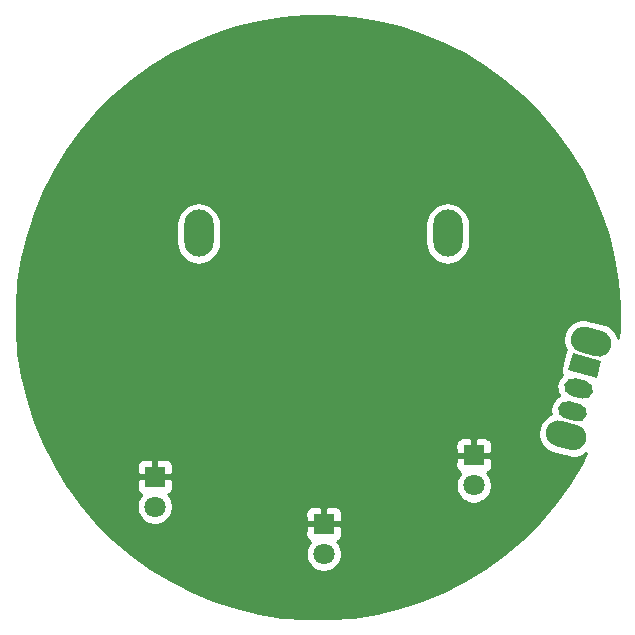
<source format=gbr>
%TF.GenerationSoftware,KiCad,Pcbnew,(5.1.8)-1*%
%TF.CreationDate,2021-01-11T11:59:14-08:00*%
%TF.ProjectId,v2attemptBlinky,76326174-7465-46d7-9074-426c696e6b79,rev?*%
%TF.SameCoordinates,Original*%
%TF.FileFunction,Copper,L1,Top*%
%TF.FilePolarity,Positive*%
%FSLAX46Y46*%
G04 Gerber Fmt 4.6, Leading zero omitted, Abs format (unit mm)*
G04 Created by KiCad (PCBNEW (5.1.8)-1) date 2021-01-11 11:59:14*
%MOMM*%
%LPD*%
G01*
G04 APERTURE LIST*
%TA.AperFunction,ComponentPad*%
%ADD10C,0.100000*%
%TD*%
%TA.AperFunction,ComponentPad*%
%ADD11O,2.500000X4.000000*%
%TD*%
%TA.AperFunction,ComponentPad*%
%ADD12R,1.800000X1.800000*%
%TD*%
%TA.AperFunction,ComponentPad*%
%ADD13C,1.800000*%
%TD*%
%TA.AperFunction,Conductor*%
%ADD14C,0.254000*%
%TD*%
%TA.AperFunction,Conductor*%
%ADD15C,0.100000*%
%TD*%
G04 APERTURE END LIST*
%TO.P,SW1,*%
%TO.N,*%
%TA.AperFunction,ComponentPad*%
G36*
G01*
X131978053Y-109161398D02*
X133233757Y-109497862D01*
G75*
G02*
X134011574Y-110845081I-284701J-1062518D01*
G01*
X134011574Y-110845081D01*
G75*
G02*
X132664355Y-111622898I-1062518J284701D01*
G01*
X131408651Y-111286434D01*
G75*
G02*
X130630834Y-109939215I284701J1062518D01*
G01*
X130630834Y-109939215D01*
G75*
G02*
X131978053Y-109161398I1062518J-284701D01*
G01*
G37*
%TD.AperFunction*%
%TA.AperFunction,ComponentPad*%
G36*
G01*
X134100369Y-101240806D02*
X135356073Y-101577270D01*
G75*
G02*
X136133890Y-102924489I-284701J-1062518D01*
G01*
X136133890Y-102924489D01*
G75*
G02*
X134786671Y-103702306I-1062518J284701D01*
G01*
X133530967Y-103365842D01*
G75*
G02*
X132753150Y-102018623I284701J1062518D01*
G01*
X132753150Y-102018623D01*
G75*
G02*
X134100369Y-101240806I1062518J-284701D01*
G01*
G37*
%TD.AperFunction*%
%TO.P,SW1,3*%
%TO.N,/LED+*%
%TA.AperFunction,ComponentPad*%
G36*
G01*
X132575875Y-107509849D02*
X133541801Y-107768669D01*
G75*
G02*
X134072131Y-108687227I-194114J-724444D01*
G01*
X134072131Y-108687227D01*
G75*
G02*
X133153573Y-109217557I-724444J194114D01*
G01*
X132187647Y-108958737D01*
G75*
G02*
X131657317Y-108040179I194114J724444D01*
G01*
X131657317Y-108040179D01*
G75*
G02*
X132575875Y-107509849I724444J-194114D01*
G01*
G37*
%TD.AperFunction*%
%TO.P,SW1,2*%
%TO.N,VCC*%
%TA.AperFunction,ComponentPad*%
G36*
G01*
X133093513Y-105577998D02*
X134059439Y-105836818D01*
G75*
G02*
X134589769Y-106755376I-194114J-724444D01*
G01*
X134589769Y-106755376D01*
G75*
G02*
X133671211Y-107285706I-724444J194114D01*
G01*
X132705285Y-107026886D01*
G75*
G02*
X132174955Y-106108328I194114J724444D01*
G01*
X132174955Y-106108328D01*
G75*
G02*
X133093513Y-105577998I724444J-194114D01*
G01*
G37*
%TD.AperFunction*%
%TA.AperFunction,ComponentPad*%
D10*
%TO.P,SW1,1*%
%TO.N,Net-(SW1-Pad1)*%
G36*
X132886707Y-103452032D02*
G01*
X135301522Y-104099079D01*
X134913293Y-105547968D01*
X132498478Y-104900921D01*
X132886707Y-103452032D01*
G37*
%TD.AperFunction*%
%TD*%
D11*
%TO.P,BT1,1*%
%TO.N,VCC*%
X122300000Y-93300000D03*
X101218000Y-93300000D03*
%TD*%
D12*
%TO.P,D1,1*%
%TO.N,GND*%
X97500000Y-113900000D03*
D13*
%TO.P,D1,2*%
%TO.N,/LED+*%
X97500000Y-116440000D03*
%TD*%
D12*
%TO.P,D2,1*%
%TO.N,GND*%
X111800000Y-117900000D03*
D13*
%TO.P,D2,2*%
%TO.N,/LED+*%
X111800000Y-120440000D03*
%TD*%
%TO.P,D3,2*%
%TO.N,/LED+*%
X124500000Y-114640000D03*
D12*
%TO.P,D3,1*%
%TO.N,GND*%
X124500000Y-112100000D03*
%TD*%
D14*
%TO.N,GND*%
X114298884Y-75062553D02*
X116277593Y-75375950D01*
X118225613Y-75843628D01*
X120130934Y-76462705D01*
X121981810Y-77229363D01*
X123766829Y-78138875D01*
X125474986Y-79185635D01*
X127095749Y-80363188D01*
X128619126Y-81664275D01*
X130035725Y-83080874D01*
X131336812Y-84604251D01*
X132514365Y-86225014D01*
X133561125Y-87933171D01*
X134470637Y-89718190D01*
X135237295Y-91569066D01*
X135856372Y-93474387D01*
X136324050Y-95422407D01*
X136637447Y-97401116D01*
X136794629Y-99398313D01*
X136794629Y-101401687D01*
X136736485Y-102140474D01*
X136722243Y-102079392D01*
X136581195Y-101768090D01*
X136382124Y-101490288D01*
X136132681Y-101256660D01*
X135842453Y-101076185D01*
X135602742Y-100985965D01*
X134182396Y-100605385D01*
X133929690Y-100563663D01*
X133588109Y-100574846D01*
X133255272Y-100652453D01*
X132943970Y-100793501D01*
X132666168Y-100992572D01*
X132432540Y-101242014D01*
X132252066Y-101532242D01*
X132131679Y-101852102D01*
X132076007Y-102189302D01*
X132087190Y-102530883D01*
X132164797Y-102863720D01*
X132305845Y-103175022D01*
X132310195Y-103181093D01*
X132270377Y-103286887D01*
X131882148Y-104735776D01*
X131861772Y-104859189D01*
X131865865Y-104984206D01*
X131894268Y-105106023D01*
X131945892Y-105219957D01*
X131976127Y-105262150D01*
X131795290Y-105455228D01*
X131651221Y-105686908D01*
X131555120Y-105942243D01*
X131510678Y-106211419D01*
X131519605Y-106484094D01*
X131581555Y-106749788D01*
X131694151Y-106998291D01*
X131708768Y-107018689D01*
X131685912Y-107029045D01*
X131464150Y-107187956D01*
X131277652Y-107387079D01*
X131133583Y-107618759D01*
X131037482Y-107874094D01*
X130993040Y-108143270D01*
X131001967Y-108415945D01*
X131047613Y-108611713D01*
X130821654Y-108714093D01*
X130543852Y-108913164D01*
X130310224Y-109162606D01*
X130129750Y-109452834D01*
X130009363Y-109772694D01*
X129953691Y-110109894D01*
X129964874Y-110451475D01*
X130042481Y-110784312D01*
X130183529Y-111095614D01*
X130382600Y-111373416D01*
X130632042Y-111607044D01*
X130922270Y-111787518D01*
X131161982Y-111877739D01*
X132582326Y-112258319D01*
X132835033Y-112300041D01*
X133176615Y-112288858D01*
X133509452Y-112211251D01*
X133820753Y-112070203D01*
X134051148Y-111905104D01*
X133561125Y-112866829D01*
X132514365Y-114574986D01*
X131336812Y-116195749D01*
X130035725Y-117719126D01*
X128619126Y-119135725D01*
X127095749Y-120436812D01*
X125474986Y-121614365D01*
X123766829Y-122661125D01*
X121981810Y-123570637D01*
X120130934Y-124337295D01*
X118225613Y-124956372D01*
X116277593Y-125424050D01*
X114298884Y-125737447D01*
X112301687Y-125894629D01*
X110298313Y-125894629D01*
X108301116Y-125737447D01*
X106322407Y-125424050D01*
X104374387Y-124956372D01*
X102469066Y-124337295D01*
X100618190Y-123570637D01*
X98833171Y-122661125D01*
X97125014Y-121614365D01*
X95504251Y-120436812D01*
X93980874Y-119135725D01*
X93645149Y-118800000D01*
X110261928Y-118800000D01*
X110274188Y-118924482D01*
X110310498Y-119044180D01*
X110369463Y-119154494D01*
X110448815Y-119251185D01*
X110545506Y-119330537D01*
X110655820Y-119389502D01*
X110674127Y-119395056D01*
X110607688Y-119461495D01*
X110439701Y-119712905D01*
X110323989Y-119992257D01*
X110265000Y-120288816D01*
X110265000Y-120591184D01*
X110323989Y-120887743D01*
X110439701Y-121167095D01*
X110607688Y-121418505D01*
X110821495Y-121632312D01*
X111072905Y-121800299D01*
X111352257Y-121916011D01*
X111648816Y-121975000D01*
X111951184Y-121975000D01*
X112247743Y-121916011D01*
X112527095Y-121800299D01*
X112778505Y-121632312D01*
X112992312Y-121418505D01*
X113160299Y-121167095D01*
X113276011Y-120887743D01*
X113335000Y-120591184D01*
X113335000Y-120288816D01*
X113276011Y-119992257D01*
X113160299Y-119712905D01*
X112992312Y-119461495D01*
X112925873Y-119395056D01*
X112944180Y-119389502D01*
X113054494Y-119330537D01*
X113151185Y-119251185D01*
X113230537Y-119154494D01*
X113289502Y-119044180D01*
X113325812Y-118924482D01*
X113338072Y-118800000D01*
X113335000Y-118185750D01*
X113176250Y-118027000D01*
X111927000Y-118027000D01*
X111927000Y-118047000D01*
X111673000Y-118047000D01*
X111673000Y-118027000D01*
X110423750Y-118027000D01*
X110265000Y-118185750D01*
X110261928Y-118800000D01*
X93645149Y-118800000D01*
X92564275Y-117719126D01*
X91263188Y-116195749D01*
X90249118Y-114800000D01*
X95961928Y-114800000D01*
X95974188Y-114924482D01*
X96010498Y-115044180D01*
X96069463Y-115154494D01*
X96148815Y-115251185D01*
X96245506Y-115330537D01*
X96355820Y-115389502D01*
X96374127Y-115395056D01*
X96307688Y-115461495D01*
X96139701Y-115712905D01*
X96023989Y-115992257D01*
X95965000Y-116288816D01*
X95965000Y-116591184D01*
X96023989Y-116887743D01*
X96139701Y-117167095D01*
X96307688Y-117418505D01*
X96521495Y-117632312D01*
X96772905Y-117800299D01*
X97052257Y-117916011D01*
X97348816Y-117975000D01*
X97651184Y-117975000D01*
X97947743Y-117916011D01*
X98227095Y-117800299D01*
X98478505Y-117632312D01*
X98692312Y-117418505D01*
X98860299Y-117167095D01*
X98929512Y-117000000D01*
X110261928Y-117000000D01*
X110265000Y-117614250D01*
X110423750Y-117773000D01*
X111673000Y-117773000D01*
X111673000Y-116523750D01*
X111927000Y-116523750D01*
X111927000Y-117773000D01*
X113176250Y-117773000D01*
X113335000Y-117614250D01*
X113338072Y-117000000D01*
X113325812Y-116875518D01*
X113289502Y-116755820D01*
X113230537Y-116645506D01*
X113151185Y-116548815D01*
X113054494Y-116469463D01*
X112944180Y-116410498D01*
X112824482Y-116374188D01*
X112700000Y-116361928D01*
X112085750Y-116365000D01*
X111927000Y-116523750D01*
X111673000Y-116523750D01*
X111514250Y-116365000D01*
X110900000Y-116361928D01*
X110775518Y-116374188D01*
X110655820Y-116410498D01*
X110545506Y-116469463D01*
X110448815Y-116548815D01*
X110369463Y-116645506D01*
X110310498Y-116755820D01*
X110274188Y-116875518D01*
X110261928Y-117000000D01*
X98929512Y-117000000D01*
X98976011Y-116887743D01*
X99035000Y-116591184D01*
X99035000Y-116288816D01*
X98976011Y-115992257D01*
X98860299Y-115712905D01*
X98692312Y-115461495D01*
X98625873Y-115395056D01*
X98644180Y-115389502D01*
X98754494Y-115330537D01*
X98851185Y-115251185D01*
X98930537Y-115154494D01*
X98989502Y-115044180D01*
X99025812Y-114924482D01*
X99038072Y-114800000D01*
X99035000Y-114185750D01*
X98876250Y-114027000D01*
X97627000Y-114027000D01*
X97627000Y-114047000D01*
X97373000Y-114047000D01*
X97373000Y-114027000D01*
X96123750Y-114027000D01*
X95965000Y-114185750D01*
X95961928Y-114800000D01*
X90249118Y-114800000D01*
X90085635Y-114574986D01*
X89120483Y-113000000D01*
X95961928Y-113000000D01*
X95965000Y-113614250D01*
X96123750Y-113773000D01*
X97373000Y-113773000D01*
X97373000Y-112523750D01*
X97627000Y-112523750D01*
X97627000Y-113773000D01*
X98876250Y-113773000D01*
X99035000Y-113614250D01*
X99038072Y-113000000D01*
X122961928Y-113000000D01*
X122974188Y-113124482D01*
X123010498Y-113244180D01*
X123069463Y-113354494D01*
X123148815Y-113451185D01*
X123245506Y-113530537D01*
X123355820Y-113589502D01*
X123374127Y-113595056D01*
X123307688Y-113661495D01*
X123139701Y-113912905D01*
X123023989Y-114192257D01*
X122965000Y-114488816D01*
X122965000Y-114791184D01*
X123023989Y-115087743D01*
X123139701Y-115367095D01*
X123307688Y-115618505D01*
X123521495Y-115832312D01*
X123772905Y-116000299D01*
X124052257Y-116116011D01*
X124348816Y-116175000D01*
X124651184Y-116175000D01*
X124947743Y-116116011D01*
X125227095Y-116000299D01*
X125478505Y-115832312D01*
X125692312Y-115618505D01*
X125860299Y-115367095D01*
X125976011Y-115087743D01*
X126035000Y-114791184D01*
X126035000Y-114488816D01*
X125976011Y-114192257D01*
X125860299Y-113912905D01*
X125692312Y-113661495D01*
X125625873Y-113595056D01*
X125644180Y-113589502D01*
X125754494Y-113530537D01*
X125851185Y-113451185D01*
X125930537Y-113354494D01*
X125989502Y-113244180D01*
X126025812Y-113124482D01*
X126038072Y-113000000D01*
X126035000Y-112385750D01*
X125876250Y-112227000D01*
X124627000Y-112227000D01*
X124627000Y-112247000D01*
X124373000Y-112247000D01*
X124373000Y-112227000D01*
X123123750Y-112227000D01*
X122965000Y-112385750D01*
X122961928Y-113000000D01*
X99038072Y-113000000D01*
X99025812Y-112875518D01*
X98989502Y-112755820D01*
X98930537Y-112645506D01*
X98851185Y-112548815D01*
X98754494Y-112469463D01*
X98644180Y-112410498D01*
X98524482Y-112374188D01*
X98400000Y-112361928D01*
X97785750Y-112365000D01*
X97627000Y-112523750D01*
X97373000Y-112523750D01*
X97214250Y-112365000D01*
X96600000Y-112361928D01*
X96475518Y-112374188D01*
X96355820Y-112410498D01*
X96245506Y-112469463D01*
X96148815Y-112548815D01*
X96069463Y-112645506D01*
X96010498Y-112755820D01*
X95974188Y-112875518D01*
X95961928Y-113000000D01*
X89120483Y-113000000D01*
X89038875Y-112866829D01*
X88189584Y-111200000D01*
X122961928Y-111200000D01*
X122965000Y-111814250D01*
X123123750Y-111973000D01*
X124373000Y-111973000D01*
X124373000Y-110723750D01*
X124627000Y-110723750D01*
X124627000Y-111973000D01*
X125876250Y-111973000D01*
X126035000Y-111814250D01*
X126038072Y-111200000D01*
X126025812Y-111075518D01*
X125989502Y-110955820D01*
X125930537Y-110845506D01*
X125851185Y-110748815D01*
X125754494Y-110669463D01*
X125644180Y-110610498D01*
X125524482Y-110574188D01*
X125400000Y-110561928D01*
X124785750Y-110565000D01*
X124627000Y-110723750D01*
X124373000Y-110723750D01*
X124214250Y-110565000D01*
X123600000Y-110561928D01*
X123475518Y-110574188D01*
X123355820Y-110610498D01*
X123245506Y-110669463D01*
X123148815Y-110748815D01*
X123069463Y-110845506D01*
X123010498Y-110955820D01*
X122974188Y-111075518D01*
X122961928Y-111200000D01*
X88189584Y-111200000D01*
X88129363Y-111081810D01*
X87362705Y-109230934D01*
X86743628Y-107325613D01*
X86275950Y-105377593D01*
X85962553Y-103398884D01*
X85805371Y-101401687D01*
X85805371Y-99398313D01*
X85962553Y-97401116D01*
X86275950Y-95422407D01*
X86743628Y-93474387D01*
X87074066Y-92457403D01*
X99333000Y-92457403D01*
X99333000Y-94142596D01*
X99360275Y-94419523D01*
X99468061Y-94774847D01*
X99643097Y-95102317D01*
X99878655Y-95389345D01*
X100165683Y-95624903D01*
X100493152Y-95799939D01*
X100848476Y-95907725D01*
X101218000Y-95944120D01*
X101587523Y-95907725D01*
X101942847Y-95799939D01*
X102270317Y-95624903D01*
X102557345Y-95389345D01*
X102792903Y-95102317D01*
X102967939Y-94774848D01*
X103075725Y-94419524D01*
X103103000Y-94142597D01*
X103103000Y-92457403D01*
X120415000Y-92457403D01*
X120415000Y-94142596D01*
X120442275Y-94419523D01*
X120550061Y-94774847D01*
X120725097Y-95102317D01*
X120960655Y-95389345D01*
X121247683Y-95624903D01*
X121575152Y-95799939D01*
X121930476Y-95907725D01*
X122300000Y-95944120D01*
X122669523Y-95907725D01*
X123024847Y-95799939D01*
X123352317Y-95624903D01*
X123639345Y-95389345D01*
X123874903Y-95102317D01*
X124049939Y-94774848D01*
X124157725Y-94419524D01*
X124185000Y-94142597D01*
X124185000Y-92457403D01*
X124157725Y-92180476D01*
X124049939Y-91825152D01*
X123874903Y-91497683D01*
X123639345Y-91210655D01*
X123352317Y-90975097D01*
X123024848Y-90800061D01*
X122669524Y-90692275D01*
X122300000Y-90655880D01*
X121930477Y-90692275D01*
X121575153Y-90800061D01*
X121247684Y-90975097D01*
X120960656Y-91210655D01*
X120725098Y-91497683D01*
X120550062Y-91825152D01*
X120442275Y-92180476D01*
X120415000Y-92457403D01*
X103103000Y-92457403D01*
X103075725Y-92180476D01*
X102967939Y-91825152D01*
X102792903Y-91497683D01*
X102557345Y-91210655D01*
X102270317Y-90975097D01*
X101942848Y-90800061D01*
X101587524Y-90692275D01*
X101218000Y-90655880D01*
X100848477Y-90692275D01*
X100493153Y-90800061D01*
X100165684Y-90975097D01*
X99878656Y-91210655D01*
X99643098Y-91497683D01*
X99468062Y-91825152D01*
X99360275Y-92180476D01*
X99333000Y-92457403D01*
X87074066Y-92457403D01*
X87362705Y-91569066D01*
X88129363Y-89718190D01*
X89038875Y-87933171D01*
X90085635Y-86225014D01*
X91263188Y-84604251D01*
X92564275Y-83080874D01*
X93980874Y-81664275D01*
X95504251Y-80363188D01*
X97125014Y-79185635D01*
X98833171Y-78138875D01*
X100618190Y-77229363D01*
X102469066Y-76462705D01*
X104374387Y-75843628D01*
X106322407Y-75375950D01*
X108301116Y-75062553D01*
X110298313Y-74905371D01*
X112301687Y-74905371D01*
X114298884Y-75062553D01*
%TA.AperFunction,Conductor*%
D15*
G36*
X114298884Y-75062553D02*
G01*
X116277593Y-75375950D01*
X118225613Y-75843628D01*
X120130934Y-76462705D01*
X121981810Y-77229363D01*
X123766829Y-78138875D01*
X125474986Y-79185635D01*
X127095749Y-80363188D01*
X128619126Y-81664275D01*
X130035725Y-83080874D01*
X131336812Y-84604251D01*
X132514365Y-86225014D01*
X133561125Y-87933171D01*
X134470637Y-89718190D01*
X135237295Y-91569066D01*
X135856372Y-93474387D01*
X136324050Y-95422407D01*
X136637447Y-97401116D01*
X136794629Y-99398313D01*
X136794629Y-101401687D01*
X136736485Y-102140474D01*
X136722243Y-102079392D01*
X136581195Y-101768090D01*
X136382124Y-101490288D01*
X136132681Y-101256660D01*
X135842453Y-101076185D01*
X135602742Y-100985965D01*
X134182396Y-100605385D01*
X133929690Y-100563663D01*
X133588109Y-100574846D01*
X133255272Y-100652453D01*
X132943970Y-100793501D01*
X132666168Y-100992572D01*
X132432540Y-101242014D01*
X132252066Y-101532242D01*
X132131679Y-101852102D01*
X132076007Y-102189302D01*
X132087190Y-102530883D01*
X132164797Y-102863720D01*
X132305845Y-103175022D01*
X132310195Y-103181093D01*
X132270377Y-103286887D01*
X131882148Y-104735776D01*
X131861772Y-104859189D01*
X131865865Y-104984206D01*
X131894268Y-105106023D01*
X131945892Y-105219957D01*
X131976127Y-105262150D01*
X131795290Y-105455228D01*
X131651221Y-105686908D01*
X131555120Y-105942243D01*
X131510678Y-106211419D01*
X131519605Y-106484094D01*
X131581555Y-106749788D01*
X131694151Y-106998291D01*
X131708768Y-107018689D01*
X131685912Y-107029045D01*
X131464150Y-107187956D01*
X131277652Y-107387079D01*
X131133583Y-107618759D01*
X131037482Y-107874094D01*
X130993040Y-108143270D01*
X131001967Y-108415945D01*
X131047613Y-108611713D01*
X130821654Y-108714093D01*
X130543852Y-108913164D01*
X130310224Y-109162606D01*
X130129750Y-109452834D01*
X130009363Y-109772694D01*
X129953691Y-110109894D01*
X129964874Y-110451475D01*
X130042481Y-110784312D01*
X130183529Y-111095614D01*
X130382600Y-111373416D01*
X130632042Y-111607044D01*
X130922270Y-111787518D01*
X131161982Y-111877739D01*
X132582326Y-112258319D01*
X132835033Y-112300041D01*
X133176615Y-112288858D01*
X133509452Y-112211251D01*
X133820753Y-112070203D01*
X134051148Y-111905104D01*
X133561125Y-112866829D01*
X132514365Y-114574986D01*
X131336812Y-116195749D01*
X130035725Y-117719126D01*
X128619126Y-119135725D01*
X127095749Y-120436812D01*
X125474986Y-121614365D01*
X123766829Y-122661125D01*
X121981810Y-123570637D01*
X120130934Y-124337295D01*
X118225613Y-124956372D01*
X116277593Y-125424050D01*
X114298884Y-125737447D01*
X112301687Y-125894629D01*
X110298313Y-125894629D01*
X108301116Y-125737447D01*
X106322407Y-125424050D01*
X104374387Y-124956372D01*
X102469066Y-124337295D01*
X100618190Y-123570637D01*
X98833171Y-122661125D01*
X97125014Y-121614365D01*
X95504251Y-120436812D01*
X93980874Y-119135725D01*
X93645149Y-118800000D01*
X110261928Y-118800000D01*
X110274188Y-118924482D01*
X110310498Y-119044180D01*
X110369463Y-119154494D01*
X110448815Y-119251185D01*
X110545506Y-119330537D01*
X110655820Y-119389502D01*
X110674127Y-119395056D01*
X110607688Y-119461495D01*
X110439701Y-119712905D01*
X110323989Y-119992257D01*
X110265000Y-120288816D01*
X110265000Y-120591184D01*
X110323989Y-120887743D01*
X110439701Y-121167095D01*
X110607688Y-121418505D01*
X110821495Y-121632312D01*
X111072905Y-121800299D01*
X111352257Y-121916011D01*
X111648816Y-121975000D01*
X111951184Y-121975000D01*
X112247743Y-121916011D01*
X112527095Y-121800299D01*
X112778505Y-121632312D01*
X112992312Y-121418505D01*
X113160299Y-121167095D01*
X113276011Y-120887743D01*
X113335000Y-120591184D01*
X113335000Y-120288816D01*
X113276011Y-119992257D01*
X113160299Y-119712905D01*
X112992312Y-119461495D01*
X112925873Y-119395056D01*
X112944180Y-119389502D01*
X113054494Y-119330537D01*
X113151185Y-119251185D01*
X113230537Y-119154494D01*
X113289502Y-119044180D01*
X113325812Y-118924482D01*
X113338072Y-118800000D01*
X113335000Y-118185750D01*
X113176250Y-118027000D01*
X111927000Y-118027000D01*
X111927000Y-118047000D01*
X111673000Y-118047000D01*
X111673000Y-118027000D01*
X110423750Y-118027000D01*
X110265000Y-118185750D01*
X110261928Y-118800000D01*
X93645149Y-118800000D01*
X92564275Y-117719126D01*
X91263188Y-116195749D01*
X90249118Y-114800000D01*
X95961928Y-114800000D01*
X95974188Y-114924482D01*
X96010498Y-115044180D01*
X96069463Y-115154494D01*
X96148815Y-115251185D01*
X96245506Y-115330537D01*
X96355820Y-115389502D01*
X96374127Y-115395056D01*
X96307688Y-115461495D01*
X96139701Y-115712905D01*
X96023989Y-115992257D01*
X95965000Y-116288816D01*
X95965000Y-116591184D01*
X96023989Y-116887743D01*
X96139701Y-117167095D01*
X96307688Y-117418505D01*
X96521495Y-117632312D01*
X96772905Y-117800299D01*
X97052257Y-117916011D01*
X97348816Y-117975000D01*
X97651184Y-117975000D01*
X97947743Y-117916011D01*
X98227095Y-117800299D01*
X98478505Y-117632312D01*
X98692312Y-117418505D01*
X98860299Y-117167095D01*
X98929512Y-117000000D01*
X110261928Y-117000000D01*
X110265000Y-117614250D01*
X110423750Y-117773000D01*
X111673000Y-117773000D01*
X111673000Y-116523750D01*
X111927000Y-116523750D01*
X111927000Y-117773000D01*
X113176250Y-117773000D01*
X113335000Y-117614250D01*
X113338072Y-117000000D01*
X113325812Y-116875518D01*
X113289502Y-116755820D01*
X113230537Y-116645506D01*
X113151185Y-116548815D01*
X113054494Y-116469463D01*
X112944180Y-116410498D01*
X112824482Y-116374188D01*
X112700000Y-116361928D01*
X112085750Y-116365000D01*
X111927000Y-116523750D01*
X111673000Y-116523750D01*
X111514250Y-116365000D01*
X110900000Y-116361928D01*
X110775518Y-116374188D01*
X110655820Y-116410498D01*
X110545506Y-116469463D01*
X110448815Y-116548815D01*
X110369463Y-116645506D01*
X110310498Y-116755820D01*
X110274188Y-116875518D01*
X110261928Y-117000000D01*
X98929512Y-117000000D01*
X98976011Y-116887743D01*
X99035000Y-116591184D01*
X99035000Y-116288816D01*
X98976011Y-115992257D01*
X98860299Y-115712905D01*
X98692312Y-115461495D01*
X98625873Y-115395056D01*
X98644180Y-115389502D01*
X98754494Y-115330537D01*
X98851185Y-115251185D01*
X98930537Y-115154494D01*
X98989502Y-115044180D01*
X99025812Y-114924482D01*
X99038072Y-114800000D01*
X99035000Y-114185750D01*
X98876250Y-114027000D01*
X97627000Y-114027000D01*
X97627000Y-114047000D01*
X97373000Y-114047000D01*
X97373000Y-114027000D01*
X96123750Y-114027000D01*
X95965000Y-114185750D01*
X95961928Y-114800000D01*
X90249118Y-114800000D01*
X90085635Y-114574986D01*
X89120483Y-113000000D01*
X95961928Y-113000000D01*
X95965000Y-113614250D01*
X96123750Y-113773000D01*
X97373000Y-113773000D01*
X97373000Y-112523750D01*
X97627000Y-112523750D01*
X97627000Y-113773000D01*
X98876250Y-113773000D01*
X99035000Y-113614250D01*
X99038072Y-113000000D01*
X122961928Y-113000000D01*
X122974188Y-113124482D01*
X123010498Y-113244180D01*
X123069463Y-113354494D01*
X123148815Y-113451185D01*
X123245506Y-113530537D01*
X123355820Y-113589502D01*
X123374127Y-113595056D01*
X123307688Y-113661495D01*
X123139701Y-113912905D01*
X123023989Y-114192257D01*
X122965000Y-114488816D01*
X122965000Y-114791184D01*
X123023989Y-115087743D01*
X123139701Y-115367095D01*
X123307688Y-115618505D01*
X123521495Y-115832312D01*
X123772905Y-116000299D01*
X124052257Y-116116011D01*
X124348816Y-116175000D01*
X124651184Y-116175000D01*
X124947743Y-116116011D01*
X125227095Y-116000299D01*
X125478505Y-115832312D01*
X125692312Y-115618505D01*
X125860299Y-115367095D01*
X125976011Y-115087743D01*
X126035000Y-114791184D01*
X126035000Y-114488816D01*
X125976011Y-114192257D01*
X125860299Y-113912905D01*
X125692312Y-113661495D01*
X125625873Y-113595056D01*
X125644180Y-113589502D01*
X125754494Y-113530537D01*
X125851185Y-113451185D01*
X125930537Y-113354494D01*
X125989502Y-113244180D01*
X126025812Y-113124482D01*
X126038072Y-113000000D01*
X126035000Y-112385750D01*
X125876250Y-112227000D01*
X124627000Y-112227000D01*
X124627000Y-112247000D01*
X124373000Y-112247000D01*
X124373000Y-112227000D01*
X123123750Y-112227000D01*
X122965000Y-112385750D01*
X122961928Y-113000000D01*
X99038072Y-113000000D01*
X99025812Y-112875518D01*
X98989502Y-112755820D01*
X98930537Y-112645506D01*
X98851185Y-112548815D01*
X98754494Y-112469463D01*
X98644180Y-112410498D01*
X98524482Y-112374188D01*
X98400000Y-112361928D01*
X97785750Y-112365000D01*
X97627000Y-112523750D01*
X97373000Y-112523750D01*
X97214250Y-112365000D01*
X96600000Y-112361928D01*
X96475518Y-112374188D01*
X96355820Y-112410498D01*
X96245506Y-112469463D01*
X96148815Y-112548815D01*
X96069463Y-112645506D01*
X96010498Y-112755820D01*
X95974188Y-112875518D01*
X95961928Y-113000000D01*
X89120483Y-113000000D01*
X89038875Y-112866829D01*
X88189584Y-111200000D01*
X122961928Y-111200000D01*
X122965000Y-111814250D01*
X123123750Y-111973000D01*
X124373000Y-111973000D01*
X124373000Y-110723750D01*
X124627000Y-110723750D01*
X124627000Y-111973000D01*
X125876250Y-111973000D01*
X126035000Y-111814250D01*
X126038072Y-111200000D01*
X126025812Y-111075518D01*
X125989502Y-110955820D01*
X125930537Y-110845506D01*
X125851185Y-110748815D01*
X125754494Y-110669463D01*
X125644180Y-110610498D01*
X125524482Y-110574188D01*
X125400000Y-110561928D01*
X124785750Y-110565000D01*
X124627000Y-110723750D01*
X124373000Y-110723750D01*
X124214250Y-110565000D01*
X123600000Y-110561928D01*
X123475518Y-110574188D01*
X123355820Y-110610498D01*
X123245506Y-110669463D01*
X123148815Y-110748815D01*
X123069463Y-110845506D01*
X123010498Y-110955820D01*
X122974188Y-111075518D01*
X122961928Y-111200000D01*
X88189584Y-111200000D01*
X88129363Y-111081810D01*
X87362705Y-109230934D01*
X86743628Y-107325613D01*
X86275950Y-105377593D01*
X85962553Y-103398884D01*
X85805371Y-101401687D01*
X85805371Y-99398313D01*
X85962553Y-97401116D01*
X86275950Y-95422407D01*
X86743628Y-93474387D01*
X87074066Y-92457403D01*
X99333000Y-92457403D01*
X99333000Y-94142596D01*
X99360275Y-94419523D01*
X99468061Y-94774847D01*
X99643097Y-95102317D01*
X99878655Y-95389345D01*
X100165683Y-95624903D01*
X100493152Y-95799939D01*
X100848476Y-95907725D01*
X101218000Y-95944120D01*
X101587523Y-95907725D01*
X101942847Y-95799939D01*
X102270317Y-95624903D01*
X102557345Y-95389345D01*
X102792903Y-95102317D01*
X102967939Y-94774848D01*
X103075725Y-94419524D01*
X103103000Y-94142597D01*
X103103000Y-92457403D01*
X120415000Y-92457403D01*
X120415000Y-94142596D01*
X120442275Y-94419523D01*
X120550061Y-94774847D01*
X120725097Y-95102317D01*
X120960655Y-95389345D01*
X121247683Y-95624903D01*
X121575152Y-95799939D01*
X121930476Y-95907725D01*
X122300000Y-95944120D01*
X122669523Y-95907725D01*
X123024847Y-95799939D01*
X123352317Y-95624903D01*
X123639345Y-95389345D01*
X123874903Y-95102317D01*
X124049939Y-94774848D01*
X124157725Y-94419524D01*
X124185000Y-94142597D01*
X124185000Y-92457403D01*
X124157725Y-92180476D01*
X124049939Y-91825152D01*
X123874903Y-91497683D01*
X123639345Y-91210655D01*
X123352317Y-90975097D01*
X123024848Y-90800061D01*
X122669524Y-90692275D01*
X122300000Y-90655880D01*
X121930477Y-90692275D01*
X121575153Y-90800061D01*
X121247684Y-90975097D01*
X120960656Y-91210655D01*
X120725098Y-91497683D01*
X120550062Y-91825152D01*
X120442275Y-92180476D01*
X120415000Y-92457403D01*
X103103000Y-92457403D01*
X103075725Y-92180476D01*
X102967939Y-91825152D01*
X102792903Y-91497683D01*
X102557345Y-91210655D01*
X102270317Y-90975097D01*
X101942848Y-90800061D01*
X101587524Y-90692275D01*
X101218000Y-90655880D01*
X100848477Y-90692275D01*
X100493153Y-90800061D01*
X100165684Y-90975097D01*
X99878656Y-91210655D01*
X99643098Y-91497683D01*
X99468062Y-91825152D01*
X99360275Y-92180476D01*
X99333000Y-92457403D01*
X87074066Y-92457403D01*
X87362705Y-91569066D01*
X88129363Y-89718190D01*
X89038875Y-87933171D01*
X90085635Y-86225014D01*
X91263188Y-84604251D01*
X92564275Y-83080874D01*
X93980874Y-81664275D01*
X95504251Y-80363188D01*
X97125014Y-79185635D01*
X98833171Y-78138875D01*
X100618190Y-77229363D01*
X102469066Y-76462705D01*
X104374387Y-75843628D01*
X106322407Y-75375950D01*
X108301116Y-75062553D01*
X110298313Y-74905371D01*
X112301687Y-74905371D01*
X114298884Y-75062553D01*
G37*
%TD.AperFunction*%
%TD*%
M02*

</source>
